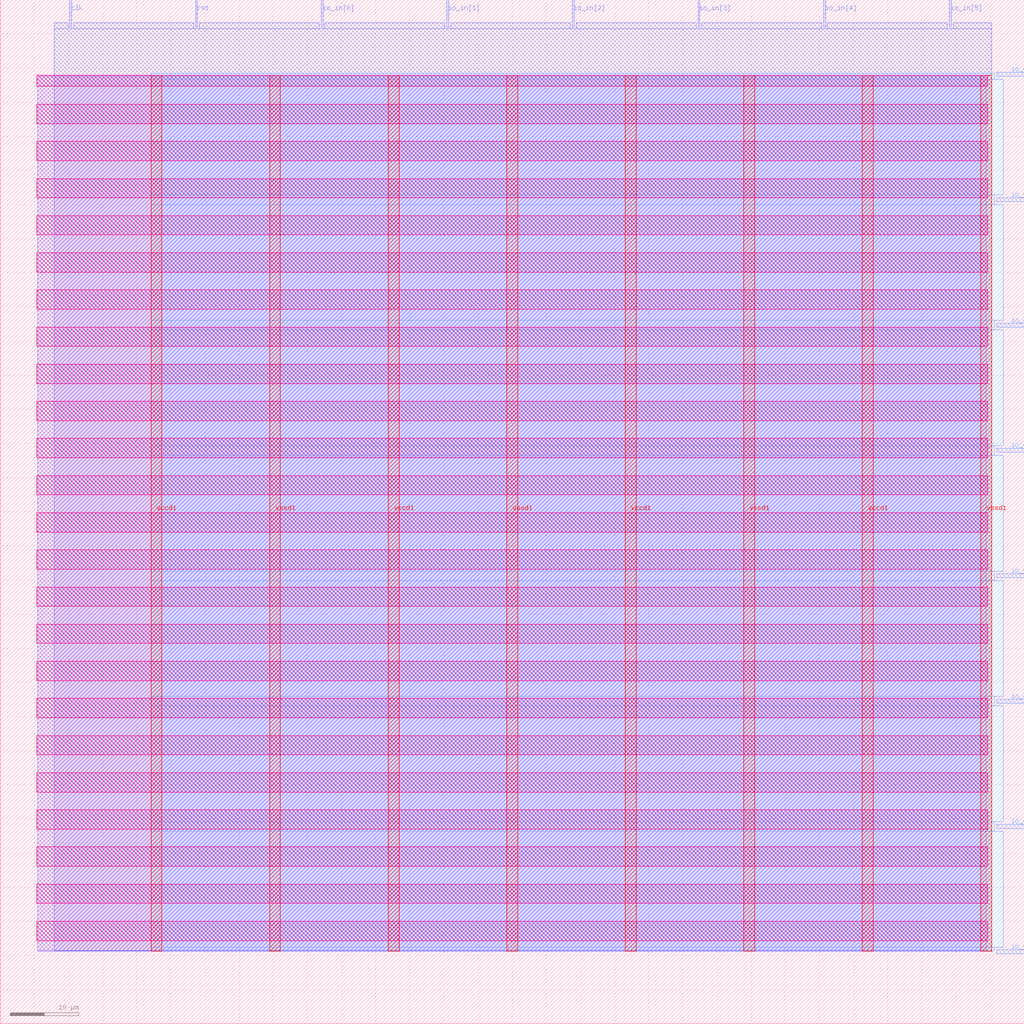
<source format=lef>
VERSION 5.7 ;
  NOWIREEXTENSIONATPIN ON ;
  DIVIDERCHAR "/" ;
  BUSBITCHARS "[]" ;
MACRO tholin_avalonsemi_tbb1143
  CLASS BLOCK ;
  FOREIGN tholin_avalonsemi_tbb1143 ;
  ORIGIN 0.000 0.000 ;
  SIZE 150.000 BY 150.000 ;
  PIN clk
    DIRECTION INPUT ;
    USE SIGNAL ;
    PORT
      LAYER met2 ;
        RECT 10.210 146.000 10.490 150.000 ;
    END
  END clk
  PIN io_in[0]
    DIRECTION INPUT ;
    USE SIGNAL ;
    PORT
      LAYER met2 ;
        RECT 47.010 146.000 47.290 150.000 ;
    END
  END io_in[0]
  PIN io_in[1]
    DIRECTION INPUT ;
    USE SIGNAL ;
    PORT
      LAYER met2 ;
        RECT 65.410 146.000 65.690 150.000 ;
    END
  END io_in[1]
  PIN io_in[2]
    DIRECTION INPUT ;
    USE SIGNAL ;
    PORT
      LAYER met2 ;
        RECT 83.810 146.000 84.090 150.000 ;
    END
  END io_in[2]
  PIN io_in[3]
    DIRECTION INPUT ;
    USE SIGNAL ;
    PORT
      LAYER met2 ;
        RECT 102.210 146.000 102.490 150.000 ;
    END
  END io_in[3]
  PIN io_in[4]
    DIRECTION INPUT ;
    USE SIGNAL ;
    PORT
      LAYER met2 ;
        RECT 120.610 146.000 120.890 150.000 ;
    END
  END io_in[4]
  PIN io_in[5]
    DIRECTION INPUT ;
    USE SIGNAL ;
    PORT
      LAYER met2 ;
        RECT 139.010 146.000 139.290 150.000 ;
    END
  END io_in[5]
  PIN io_out[0]
    DIRECTION OUTPUT TRISTATE ;
    USE SIGNAL ;
    PORT
      LAYER met3 ;
        RECT 146.000 10.240 150.000 10.840 ;
    END
  END io_out[0]
  PIN io_out[1]
    DIRECTION OUTPUT TRISTATE ;
    USE SIGNAL ;
    PORT
      LAYER met3 ;
        RECT 146.000 28.600 150.000 29.200 ;
    END
  END io_out[1]
  PIN io_out[2]
    DIRECTION OUTPUT TRISTATE ;
    USE SIGNAL ;
    PORT
      LAYER met3 ;
        RECT 146.000 46.960 150.000 47.560 ;
    END
  END io_out[2]
  PIN io_out[3]
    DIRECTION OUTPUT TRISTATE ;
    USE SIGNAL ;
    PORT
      LAYER met3 ;
        RECT 146.000 65.320 150.000 65.920 ;
    END
  END io_out[3]
  PIN io_out[4]
    DIRECTION OUTPUT TRISTATE ;
    USE SIGNAL ;
    PORT
      LAYER met3 ;
        RECT 146.000 83.680 150.000 84.280 ;
    END
  END io_out[4]
  PIN io_out[5]
    DIRECTION OUTPUT TRISTATE ;
    USE SIGNAL ;
    PORT
      LAYER met3 ;
        RECT 146.000 102.040 150.000 102.640 ;
    END
  END io_out[5]
  PIN io_out[6]
    DIRECTION OUTPUT TRISTATE ;
    USE SIGNAL ;
    PORT
      LAYER met3 ;
        RECT 146.000 120.400 150.000 121.000 ;
    END
  END io_out[6]
  PIN io_out[7]
    DIRECTION OUTPUT TRISTATE ;
    USE SIGNAL ;
    PORT
      LAYER met3 ;
        RECT 146.000 138.760 150.000 139.360 ;
    END
  END io_out[7]
  PIN rst
    DIRECTION INPUT ;
    USE SIGNAL ;
    PORT
      LAYER met2 ;
        RECT 28.610 146.000 28.890 150.000 ;
    END
  END rst
  PIN vccd1
    DIRECTION INOUT ;
    USE POWER ;
    PORT
      LAYER met4 ;
        RECT 22.085 10.640 23.685 138.960 ;
    END
    PORT
      LAYER met4 ;
        RECT 56.815 10.640 58.415 138.960 ;
    END
    PORT
      LAYER met4 ;
        RECT 91.545 10.640 93.145 138.960 ;
    END
    PORT
      LAYER met4 ;
        RECT 126.275 10.640 127.875 138.960 ;
    END
  END vccd1
  PIN vssd1
    DIRECTION INOUT ;
    USE GROUND ;
    PORT
      LAYER met4 ;
        RECT 39.450 10.640 41.050 138.960 ;
    END
    PORT
      LAYER met4 ;
        RECT 74.180 10.640 75.780 138.960 ;
    END
    PORT
      LAYER met4 ;
        RECT 108.910 10.640 110.510 138.960 ;
    END
    PORT
      LAYER met4 ;
        RECT 143.640 10.640 145.240 138.960 ;
    END
  END vssd1
  OBS
      LAYER nwell ;
        RECT 5.330 137.305 144.630 138.910 ;
        RECT 5.330 131.865 144.630 134.695 ;
        RECT 5.330 126.425 144.630 129.255 ;
        RECT 5.330 120.985 144.630 123.815 ;
        RECT 5.330 115.545 144.630 118.375 ;
        RECT 5.330 110.105 144.630 112.935 ;
        RECT 5.330 104.665 144.630 107.495 ;
        RECT 5.330 99.225 144.630 102.055 ;
        RECT 5.330 93.785 144.630 96.615 ;
        RECT 5.330 88.345 144.630 91.175 ;
        RECT 5.330 82.905 144.630 85.735 ;
        RECT 5.330 77.465 144.630 80.295 ;
        RECT 5.330 72.025 144.630 74.855 ;
        RECT 5.330 66.585 144.630 69.415 ;
        RECT 5.330 61.145 144.630 63.975 ;
        RECT 5.330 55.705 144.630 58.535 ;
        RECT 5.330 50.265 144.630 53.095 ;
        RECT 5.330 44.825 144.630 47.655 ;
        RECT 5.330 39.385 144.630 42.215 ;
        RECT 5.330 33.945 144.630 36.775 ;
        RECT 5.330 28.505 144.630 31.335 ;
        RECT 5.330 23.065 144.630 25.895 ;
        RECT 5.330 17.625 144.630 20.455 ;
        RECT 5.330 12.185 144.630 15.015 ;
      LAYER li1 ;
        RECT 5.520 10.795 144.440 138.805 ;
      LAYER met1 ;
        RECT 5.520 10.640 145.240 138.960 ;
      LAYER met2 ;
        RECT 7.920 145.720 9.930 146.610 ;
        RECT 10.770 145.720 28.330 146.610 ;
        RECT 29.170 145.720 46.730 146.610 ;
        RECT 47.570 145.720 65.130 146.610 ;
        RECT 65.970 145.720 83.530 146.610 ;
        RECT 84.370 145.720 101.930 146.610 ;
        RECT 102.770 145.720 120.330 146.610 ;
        RECT 121.170 145.720 138.730 146.610 ;
        RECT 139.570 145.720 145.210 146.610 ;
        RECT 7.920 10.695 145.210 145.720 ;
      LAYER met3 ;
        RECT 22.095 138.360 145.600 139.225 ;
        RECT 22.095 121.400 146.890 138.360 ;
        RECT 22.095 120.000 145.600 121.400 ;
        RECT 22.095 103.040 146.890 120.000 ;
        RECT 22.095 101.640 145.600 103.040 ;
        RECT 22.095 84.680 146.890 101.640 ;
        RECT 22.095 83.280 145.600 84.680 ;
        RECT 22.095 66.320 146.890 83.280 ;
        RECT 22.095 64.920 145.600 66.320 ;
        RECT 22.095 47.960 146.890 64.920 ;
        RECT 22.095 46.560 145.600 47.960 ;
        RECT 22.095 29.600 146.890 46.560 ;
        RECT 22.095 28.200 145.600 29.600 ;
        RECT 22.095 11.240 146.890 28.200 ;
        RECT 22.095 10.715 145.600 11.240 ;
  END
END tholin_avalonsemi_tbb1143
END LIBRARY


</source>
